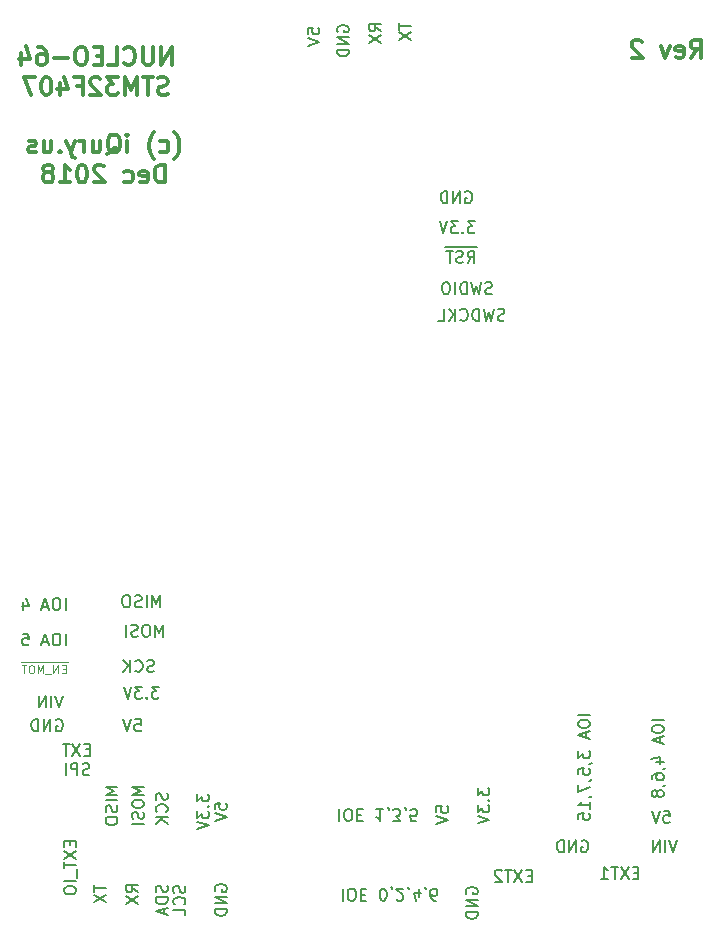
<source format=gbo>
G04 #@! TF.GenerationSoftware,KiCad,Pcbnew,5.1.0-unknown-9e240db~82~ubuntu18.10.1*
G04 #@! TF.CreationDate,2019-04-07T18:23:48-07:00*
G04 #@! TF.ProjectId,Nucleo-64-407,4e75636c-656f-42d3-9634-2d3430372e6b,rev?*
G04 #@! TF.SameCoordinates,PX328b740PY6ea0500*
G04 #@! TF.FileFunction,Legend,Bot*
G04 #@! TF.FilePolarity,Positive*
%FSLAX46Y46*%
G04 Gerber Fmt 4.6, Leading zero omitted, Abs format (unit mm)*
G04 Created by KiCad (PCBNEW 5.1.0-unknown-9e240db~82~ubuntu18.10.1) date 2019-04-07 18:23:48*
%MOMM*%
%LPD*%
G04 APERTURE LIST*
%ADD10C,0.150000*%
%ADD11C,0.100000*%
%ADD12C,0.300000*%
G04 APERTURE END LIST*
D10*
X10309523Y26547620D02*
X10309523Y27547620D01*
X9642857Y27547620D02*
X9452380Y27547620D01*
X9357142Y27500000D01*
X9261904Y27404762D01*
X9214285Y27214286D01*
X9214285Y26880953D01*
X9261904Y26690477D01*
X9357142Y26595239D01*
X9452380Y26547620D01*
X9642857Y26547620D01*
X9738095Y26595239D01*
X9833333Y26690477D01*
X9880952Y26880953D01*
X9880952Y27214286D01*
X9833333Y27404762D01*
X9738095Y27500000D01*
X9642857Y27547620D01*
X8833333Y26833334D02*
X8357142Y26833334D01*
X8928571Y26547620D02*
X8595238Y27547620D01*
X8261904Y26547620D01*
X6738095Y27214286D02*
X6738095Y26547620D01*
X6976190Y27595239D02*
X7214285Y26880953D01*
X6595238Y26880953D01*
X10309523Y23547620D02*
X10309523Y24547620D01*
X9642857Y24547620D02*
X9452380Y24547620D01*
X9357142Y24500000D01*
X9261904Y24404762D01*
X9214285Y24214286D01*
X9214285Y23880953D01*
X9261904Y23690477D01*
X9357142Y23595239D01*
X9452380Y23547620D01*
X9642857Y23547620D01*
X9738095Y23595239D01*
X9833333Y23690477D01*
X9880952Y23880953D01*
X9880952Y24214286D01*
X9833333Y24404762D01*
X9738095Y24500000D01*
X9642857Y24547620D01*
X8833333Y23833334D02*
X8357142Y23833334D01*
X8928571Y23547620D02*
X8595238Y24547620D01*
X8261904Y23547620D01*
X6690476Y24547620D02*
X7166666Y24547620D01*
X7214285Y24071429D01*
X7166666Y24119048D01*
X7071428Y24166667D01*
X6833333Y24166667D01*
X6738095Y24119048D01*
X6690476Y24071429D01*
X6642857Y23976191D01*
X6642857Y23738096D01*
X6690476Y23642858D01*
X6738095Y23595239D01*
X6833333Y23547620D01*
X7071428Y23547620D01*
X7166666Y23595239D01*
X7214285Y23642858D01*
D11*
X10483333Y22134000D02*
X9850000Y22134000D01*
X10316666Y21550000D02*
X10083333Y21550000D01*
X9983333Y21183334D02*
X10316666Y21183334D01*
X10316666Y21883334D01*
X9983333Y21883334D01*
X9850000Y22134000D02*
X9116666Y22134000D01*
X9683333Y21183334D02*
X9683333Y21883334D01*
X9283333Y21183334D01*
X9283333Y21883334D01*
X9116666Y22134000D02*
X8583333Y22134000D01*
X9116666Y21116667D02*
X8583333Y21116667D01*
X8583333Y22134000D02*
X7783333Y22134000D01*
X8416666Y21183334D02*
X8416666Y21883334D01*
X8183333Y21383334D01*
X7950000Y21883334D01*
X7950000Y21183334D01*
X7783333Y22134000D02*
X7050000Y22134000D01*
X7483333Y21883334D02*
X7350000Y21883334D01*
X7283333Y21850000D01*
X7216666Y21783334D01*
X7183333Y21650000D01*
X7183333Y21416667D01*
X7216666Y21283334D01*
X7283333Y21216667D01*
X7350000Y21183334D01*
X7483333Y21183334D01*
X7550000Y21216667D01*
X7616666Y21283334D01*
X7650000Y21416667D01*
X7650000Y21650000D01*
X7616666Y21783334D01*
X7550000Y21850000D01*
X7483333Y21883334D01*
X7050000Y22134000D02*
X6516666Y22134000D01*
X6983333Y21883334D02*
X6583333Y21883334D01*
X6783333Y21183334D02*
X6783333Y21883334D01*
D10*
X18321428Y26797620D02*
X18321428Y27797620D01*
X17988095Y27083334D01*
X17654761Y27797620D01*
X17654761Y26797620D01*
X17178571Y26797620D02*
X17178571Y27797620D01*
X16750000Y26845239D02*
X16607142Y26797620D01*
X16369047Y26797620D01*
X16273809Y26845239D01*
X16226190Y26892858D01*
X16178571Y26988096D01*
X16178571Y27083334D01*
X16226190Y27178572D01*
X16273809Y27226191D01*
X16369047Y27273810D01*
X16559523Y27321429D01*
X16654761Y27369048D01*
X16702380Y27416667D01*
X16750000Y27511905D01*
X16750000Y27607143D01*
X16702380Y27702381D01*
X16654761Y27750000D01*
X16559523Y27797620D01*
X16321428Y27797620D01*
X16178571Y27750000D01*
X15559523Y27797620D02*
X15369047Y27797620D01*
X15273809Y27750000D01*
X15178571Y27654762D01*
X15130952Y27464286D01*
X15130952Y27130953D01*
X15178571Y26940477D01*
X15273809Y26845239D01*
X15369047Y26797620D01*
X15559523Y26797620D01*
X15654761Y26845239D01*
X15750000Y26940477D01*
X15797619Y27130953D01*
X15797619Y27464286D01*
X15750000Y27654762D01*
X15654761Y27750000D01*
X15559523Y27797620D01*
X18571428Y24297620D02*
X18571428Y25297620D01*
X18238095Y24583334D01*
X17904761Y25297620D01*
X17904761Y24297620D01*
X17238095Y25297620D02*
X17047619Y25297620D01*
X16952380Y25250000D01*
X16857142Y25154762D01*
X16809523Y24964286D01*
X16809523Y24630953D01*
X16857142Y24440477D01*
X16952380Y24345239D01*
X17047619Y24297620D01*
X17238095Y24297620D01*
X17333333Y24345239D01*
X17428571Y24440477D01*
X17476190Y24630953D01*
X17476190Y24964286D01*
X17428571Y25154762D01*
X17333333Y25250000D01*
X17238095Y25297620D01*
X16428571Y24345239D02*
X16285714Y24297620D01*
X16047619Y24297620D01*
X15952380Y24345239D01*
X15904761Y24392858D01*
X15857142Y24488096D01*
X15857142Y24583334D01*
X15904761Y24678572D01*
X15952380Y24726191D01*
X16047619Y24773810D01*
X16238095Y24821429D01*
X16333333Y24869048D01*
X16380952Y24916667D01*
X16428571Y25011905D01*
X16428571Y25107143D01*
X16380952Y25202381D01*
X16333333Y25250000D01*
X16238095Y25297620D01*
X16000000Y25297620D01*
X15857142Y25250000D01*
X15428571Y24297620D02*
X15428571Y25297620D01*
X17785714Y21345239D02*
X17642857Y21297620D01*
X17404761Y21297620D01*
X17309523Y21345239D01*
X17261904Y21392858D01*
X17214285Y21488096D01*
X17214285Y21583334D01*
X17261904Y21678572D01*
X17309523Y21726191D01*
X17404761Y21773810D01*
X17595238Y21821429D01*
X17690476Y21869048D01*
X17738095Y21916667D01*
X17785714Y22011905D01*
X17785714Y22107143D01*
X17738095Y22202381D01*
X17690476Y22250000D01*
X17595238Y22297620D01*
X17357142Y22297620D01*
X17214285Y22250000D01*
X16214285Y21392858D02*
X16261904Y21345239D01*
X16404761Y21297620D01*
X16500000Y21297620D01*
X16642857Y21345239D01*
X16738095Y21440477D01*
X16785714Y21535715D01*
X16833333Y21726191D01*
X16833333Y21869048D01*
X16785714Y22059524D01*
X16738095Y22154762D01*
X16642857Y22250000D01*
X16500000Y22297620D01*
X16404761Y22297620D01*
X16261904Y22250000D01*
X16214285Y22202381D01*
X15785714Y21297620D02*
X15785714Y22297620D01*
X15214285Y21297620D02*
X15642857Y21869048D01*
X15214285Y22297620D02*
X15785714Y21726191D01*
X10095238Y19297620D02*
X9761904Y18297620D01*
X9428571Y19297620D01*
X9095238Y18297620D02*
X9095238Y19297620D01*
X8619047Y18297620D02*
X8619047Y19297620D01*
X8047619Y18297620D01*
X8047619Y19297620D01*
X18226190Y20047620D02*
X17607142Y20047620D01*
X17940476Y19666667D01*
X17797619Y19666667D01*
X17702380Y19619048D01*
X17654761Y19571429D01*
X17607142Y19476191D01*
X17607142Y19238096D01*
X17654761Y19142858D01*
X17702380Y19095239D01*
X17797619Y19047620D01*
X18083333Y19047620D01*
X18178571Y19095239D01*
X18226190Y19142858D01*
X17178571Y19142858D02*
X17130952Y19095239D01*
X17178571Y19047620D01*
X17226190Y19095239D01*
X17178571Y19142858D01*
X17178571Y19047620D01*
X16797619Y20047620D02*
X16178571Y20047620D01*
X16511904Y19666667D01*
X16369047Y19666667D01*
X16273809Y19619048D01*
X16226190Y19571429D01*
X16178571Y19476191D01*
X16178571Y19238096D01*
X16226190Y19142858D01*
X16273809Y19095239D01*
X16369047Y19047620D01*
X16654761Y19047620D01*
X16750000Y19095239D01*
X16797619Y19142858D01*
X15892857Y20047620D02*
X15559523Y19047620D01*
X15226190Y20047620D01*
X16190476Y17297620D02*
X16666666Y17297620D01*
X16714285Y16821429D01*
X16666666Y16869048D01*
X16571428Y16916667D01*
X16333333Y16916667D01*
X16238095Y16869048D01*
X16190476Y16821429D01*
X16142857Y16726191D01*
X16142857Y16488096D01*
X16190476Y16392858D01*
X16238095Y16345239D01*
X16333333Y16297620D01*
X16571428Y16297620D01*
X16666666Y16345239D01*
X16714285Y16392858D01*
X15857142Y17297620D02*
X15523809Y16297620D01*
X15190476Y17297620D01*
X9511904Y17250000D02*
X9607142Y17297620D01*
X9750000Y17297620D01*
X9892857Y17250000D01*
X9988095Y17154762D01*
X10035714Y17059524D01*
X10083333Y16869048D01*
X10083333Y16726191D01*
X10035714Y16535715D01*
X9988095Y16440477D01*
X9892857Y16345239D01*
X9750000Y16297620D01*
X9654761Y16297620D01*
X9511904Y16345239D01*
X9464285Y16392858D01*
X9464285Y16726191D01*
X9654761Y16726191D01*
X9035714Y16297620D02*
X9035714Y17297620D01*
X8464285Y16297620D01*
X8464285Y17297620D01*
X7988095Y16297620D02*
X7988095Y17297620D01*
X7750000Y17297620D01*
X7607142Y17250000D01*
X7511904Y17154762D01*
X7464285Y17059524D01*
X7416666Y16869048D01*
X7416666Y16726191D01*
X7464285Y16535715D01*
X7511904Y16440477D01*
X7607142Y16345239D01*
X7750000Y16297620D01*
X7988095Y16297620D01*
X14702380Y11571429D02*
X13702380Y11571429D01*
X14416666Y11238096D01*
X13702380Y10904762D01*
X14702380Y10904762D01*
X14702380Y10428572D02*
X13702380Y10428572D01*
X14654761Y10000000D02*
X14702380Y9857143D01*
X14702380Y9619048D01*
X14654761Y9523810D01*
X14607142Y9476191D01*
X14511904Y9428572D01*
X14416666Y9428572D01*
X14321428Y9476191D01*
X14273809Y9523810D01*
X14226190Y9619048D01*
X14178571Y9809524D01*
X14130952Y9904762D01*
X14083333Y9952381D01*
X13988095Y10000000D01*
X13892857Y10000000D01*
X13797619Y9952381D01*
X13750000Y9904762D01*
X13702380Y9809524D01*
X13702380Y9571429D01*
X13750000Y9428572D01*
X13702380Y8809524D02*
X13702380Y8619048D01*
X13750000Y8523810D01*
X13845238Y8428572D01*
X14035714Y8380953D01*
X14369047Y8380953D01*
X14559523Y8428572D01*
X14654761Y8523810D01*
X14702380Y8619048D01*
X14702380Y8809524D01*
X14654761Y8904762D01*
X14559523Y9000000D01*
X14369047Y9047620D01*
X14035714Y9047620D01*
X13845238Y9000000D01*
X13750000Y8904762D01*
X13702380Y8809524D01*
X16952380Y11571429D02*
X15952380Y11571429D01*
X16666666Y11238096D01*
X15952380Y10904762D01*
X16952380Y10904762D01*
X15952380Y10238096D02*
X15952380Y10047620D01*
X16000000Y9952381D01*
X16095238Y9857143D01*
X16285714Y9809524D01*
X16619047Y9809524D01*
X16809523Y9857143D01*
X16904761Y9952381D01*
X16952380Y10047620D01*
X16952380Y10238096D01*
X16904761Y10333334D01*
X16809523Y10428572D01*
X16619047Y10476191D01*
X16285714Y10476191D01*
X16095238Y10428572D01*
X16000000Y10333334D01*
X15952380Y10238096D01*
X16904761Y9428572D02*
X16952380Y9285715D01*
X16952380Y9047620D01*
X16904761Y8952381D01*
X16857142Y8904762D01*
X16761904Y8857143D01*
X16666666Y8857143D01*
X16571428Y8904762D01*
X16523809Y8952381D01*
X16476190Y9047620D01*
X16428571Y9238096D01*
X16380952Y9333334D01*
X16333333Y9380953D01*
X16238095Y9428572D01*
X16142857Y9428572D01*
X16047619Y9380953D01*
X16000000Y9333334D01*
X15952380Y9238096D01*
X15952380Y9000000D01*
X16000000Y8857143D01*
X16952380Y8428572D02*
X15952380Y8428572D01*
X18904761Y11035715D02*
X18952380Y10892858D01*
X18952380Y10654762D01*
X18904761Y10559524D01*
X18857142Y10511905D01*
X18761904Y10464286D01*
X18666666Y10464286D01*
X18571428Y10511905D01*
X18523809Y10559524D01*
X18476190Y10654762D01*
X18428571Y10845239D01*
X18380952Y10940477D01*
X18333333Y10988096D01*
X18238095Y11035715D01*
X18142857Y11035715D01*
X18047619Y10988096D01*
X18000000Y10940477D01*
X17952380Y10845239D01*
X17952380Y10607143D01*
X18000000Y10464286D01*
X18857142Y9464286D02*
X18904761Y9511905D01*
X18952380Y9654762D01*
X18952380Y9750000D01*
X18904761Y9892858D01*
X18809523Y9988096D01*
X18714285Y10035715D01*
X18523809Y10083334D01*
X18380952Y10083334D01*
X18190476Y10035715D01*
X18095238Y9988096D01*
X18000000Y9892858D01*
X17952380Y9750000D01*
X17952380Y9654762D01*
X18000000Y9511905D01*
X18047619Y9464286D01*
X18952380Y9035715D02*
X17952380Y9035715D01*
X18952380Y8464286D02*
X18380952Y8892858D01*
X17952380Y8464286D02*
X18523809Y9035715D01*
X21452380Y10976191D02*
X21452380Y10357143D01*
X21833333Y10690477D01*
X21833333Y10547620D01*
X21880952Y10452381D01*
X21928571Y10404762D01*
X22023809Y10357143D01*
X22261904Y10357143D01*
X22357142Y10404762D01*
X22404761Y10452381D01*
X22452380Y10547620D01*
X22452380Y10833334D01*
X22404761Y10928572D01*
X22357142Y10976191D01*
X22357142Y9928572D02*
X22404761Y9880953D01*
X22452380Y9928572D01*
X22404761Y9976191D01*
X22357142Y9928572D01*
X22452380Y9928572D01*
X21452380Y9547620D02*
X21452380Y8928572D01*
X21833333Y9261905D01*
X21833333Y9119048D01*
X21880952Y9023810D01*
X21928571Y8976191D01*
X22023809Y8928572D01*
X22261904Y8928572D01*
X22357142Y8976191D01*
X22404761Y9023810D01*
X22452380Y9119048D01*
X22452380Y9404762D01*
X22404761Y9500000D01*
X22357142Y9547620D01*
X21452380Y8642858D02*
X22452380Y8309524D01*
X21452380Y7976191D01*
X22952380Y9690477D02*
X22952380Y10166667D01*
X23428571Y10214286D01*
X23380952Y10166667D01*
X23333333Y10071429D01*
X23333333Y9833334D01*
X23380952Y9738096D01*
X23428571Y9690477D01*
X23523809Y9642858D01*
X23761904Y9642858D01*
X23857142Y9690477D01*
X23904761Y9738096D01*
X23952380Y9833334D01*
X23952380Y10071429D01*
X23904761Y10166667D01*
X23857142Y10214286D01*
X22952380Y9357143D02*
X23952380Y9023810D01*
X22952380Y8690477D01*
X23000000Y2761905D02*
X22952380Y2857143D01*
X22952380Y3000000D01*
X23000000Y3142858D01*
X23095238Y3238096D01*
X23190476Y3285715D01*
X23380952Y3333334D01*
X23523809Y3333334D01*
X23714285Y3285715D01*
X23809523Y3238096D01*
X23904761Y3142858D01*
X23952380Y3000000D01*
X23952380Y2904762D01*
X23904761Y2761905D01*
X23857142Y2714286D01*
X23523809Y2714286D01*
X23523809Y2904762D01*
X23952380Y2285715D02*
X22952380Y2285715D01*
X23952380Y1714286D01*
X22952380Y1714286D01*
X23952380Y1238096D02*
X22952380Y1238096D01*
X22952380Y1000000D01*
X23000000Y857143D01*
X23095238Y761905D01*
X23190476Y714286D01*
X23380952Y666667D01*
X23523809Y666667D01*
X23714285Y714286D01*
X23809523Y761905D01*
X23904761Y857143D01*
X23952380Y1000000D01*
X23952380Y1238096D01*
X20404761Y3190477D02*
X20452380Y3047620D01*
X20452380Y2809524D01*
X20404761Y2714286D01*
X20357142Y2666667D01*
X20261904Y2619048D01*
X20166666Y2619048D01*
X20071428Y2666667D01*
X20023809Y2714286D01*
X19976190Y2809524D01*
X19928571Y3000000D01*
X19880952Y3095239D01*
X19833333Y3142858D01*
X19738095Y3190477D01*
X19642857Y3190477D01*
X19547619Y3142858D01*
X19500000Y3095239D01*
X19452380Y3000000D01*
X19452380Y2761905D01*
X19500000Y2619048D01*
X20357142Y1619048D02*
X20404761Y1666667D01*
X20452380Y1809524D01*
X20452380Y1904762D01*
X20404761Y2047620D01*
X20309523Y2142858D01*
X20214285Y2190477D01*
X20023809Y2238096D01*
X19880952Y2238096D01*
X19690476Y2190477D01*
X19595238Y2142858D01*
X19500000Y2047620D01*
X19452380Y1904762D01*
X19452380Y1809524D01*
X19500000Y1666667D01*
X19547619Y1619048D01*
X20452380Y714286D02*
X20452380Y1190477D01*
X19452380Y1190477D01*
X18904761Y3214286D02*
X18952380Y3071429D01*
X18952380Y2833334D01*
X18904761Y2738096D01*
X18857142Y2690477D01*
X18761904Y2642858D01*
X18666666Y2642858D01*
X18571428Y2690477D01*
X18523809Y2738096D01*
X18476190Y2833334D01*
X18428571Y3023810D01*
X18380952Y3119048D01*
X18333333Y3166667D01*
X18238095Y3214286D01*
X18142857Y3214286D01*
X18047619Y3166667D01*
X18000000Y3119048D01*
X17952380Y3023810D01*
X17952380Y2785715D01*
X18000000Y2642858D01*
X18952380Y2214286D02*
X17952380Y2214286D01*
X17952380Y1976191D01*
X18000000Y1833334D01*
X18095238Y1738096D01*
X18190476Y1690477D01*
X18380952Y1642858D01*
X18523809Y1642858D01*
X18714285Y1690477D01*
X18809523Y1738096D01*
X18904761Y1833334D01*
X18952380Y1976191D01*
X18952380Y2214286D01*
X18666666Y1261905D02*
X18666666Y785715D01*
X18952380Y1357143D02*
X17952380Y1023810D01*
X18952380Y690477D01*
X16452380Y2666667D02*
X15976190Y3000000D01*
X16452380Y3238096D02*
X15452380Y3238096D01*
X15452380Y2857143D01*
X15500000Y2761905D01*
X15547619Y2714286D01*
X15642857Y2666667D01*
X15785714Y2666667D01*
X15880952Y2714286D01*
X15928571Y2761905D01*
X15976190Y2857143D01*
X15976190Y3238096D01*
X15452380Y2333334D02*
X16452380Y1666667D01*
X15452380Y1666667D02*
X16452380Y2333334D01*
X12702380Y3261905D02*
X12702380Y2690477D01*
X13702380Y2976191D02*
X12702380Y2976191D01*
X12702380Y2452381D02*
X13702380Y1785715D01*
X12702380Y1785715D02*
X13702380Y2452381D01*
X33773809Y2952381D02*
X33773809Y1952381D01*
X34440476Y1952381D02*
X34630952Y1952381D01*
X34726190Y2000000D01*
X34821428Y2095239D01*
X34869047Y2285715D01*
X34869047Y2619048D01*
X34821428Y2809524D01*
X34726190Y2904762D01*
X34630952Y2952381D01*
X34440476Y2952381D01*
X34345238Y2904762D01*
X34250000Y2809524D01*
X34202380Y2619048D01*
X34202380Y2285715D01*
X34250000Y2095239D01*
X34345238Y2000000D01*
X34440476Y1952381D01*
X35297619Y2428572D02*
X35630952Y2428572D01*
X35773809Y2952381D02*
X35297619Y2952381D01*
X35297619Y1952381D01*
X35773809Y1952381D01*
X37154761Y1952381D02*
X37250000Y1952381D01*
X37345238Y2000000D01*
X37392857Y2047620D01*
X37440476Y2142858D01*
X37488095Y2333334D01*
X37488095Y2571429D01*
X37440476Y2761905D01*
X37392857Y2857143D01*
X37345238Y2904762D01*
X37250000Y2952381D01*
X37154761Y2952381D01*
X37059523Y2904762D01*
X37011904Y2857143D01*
X36964285Y2761905D01*
X36916666Y2571429D01*
X36916666Y2333334D01*
X36964285Y2142858D01*
X37011904Y2047620D01*
X37059523Y2000000D01*
X37154761Y1952381D01*
X37964285Y2904762D02*
X37964285Y2952381D01*
X37916666Y3047620D01*
X37869047Y3095239D01*
X38345238Y2047620D02*
X38392857Y2000000D01*
X38488095Y1952381D01*
X38726190Y1952381D01*
X38821428Y2000000D01*
X38869047Y2047620D01*
X38916666Y2142858D01*
X38916666Y2238096D01*
X38869047Y2380953D01*
X38297619Y2952381D01*
X38916666Y2952381D01*
X39392857Y2904762D02*
X39392857Y2952381D01*
X39345238Y3047620D01*
X39297619Y3095239D01*
X40250000Y2285715D02*
X40250000Y2952381D01*
X40011904Y1904762D02*
X39773809Y2619048D01*
X40392857Y2619048D01*
X40821428Y2904762D02*
X40821428Y2952381D01*
X40773809Y3047620D01*
X40726190Y3095239D01*
X41678571Y1952381D02*
X41488095Y1952381D01*
X41392857Y2000000D01*
X41345238Y2047620D01*
X41250000Y2190477D01*
X41202380Y2380953D01*
X41202380Y2761905D01*
X41250000Y2857143D01*
X41297619Y2904762D01*
X41392857Y2952381D01*
X41583333Y2952381D01*
X41678571Y2904762D01*
X41726190Y2857143D01*
X41773809Y2761905D01*
X41773809Y2523810D01*
X41726190Y2428572D01*
X41678571Y2380953D01*
X41583333Y2333334D01*
X41392857Y2333334D01*
X41297619Y2380953D01*
X41250000Y2428572D01*
X41202380Y2523810D01*
X33488095Y9702381D02*
X33488095Y8702381D01*
X34154761Y8702381D02*
X34345238Y8702381D01*
X34440476Y8750000D01*
X34535714Y8845239D01*
X34583333Y9035715D01*
X34583333Y9369048D01*
X34535714Y9559524D01*
X34440476Y9654762D01*
X34345238Y9702381D01*
X34154761Y9702381D01*
X34059523Y9654762D01*
X33964285Y9559524D01*
X33916666Y9369048D01*
X33916666Y9035715D01*
X33964285Y8845239D01*
X34059523Y8750000D01*
X34154761Y8702381D01*
X35011904Y9178572D02*
X35345238Y9178572D01*
X35488095Y9702381D02*
X35011904Y9702381D01*
X35011904Y8702381D01*
X35488095Y8702381D01*
X37202380Y9702381D02*
X36630952Y9702381D01*
X36916666Y9702381D02*
X36916666Y8702381D01*
X36821428Y8845239D01*
X36726190Y8940477D01*
X36630952Y8988096D01*
X37678571Y9654762D02*
X37678571Y9702381D01*
X37630952Y9797620D01*
X37583333Y9845239D01*
X38011904Y8702381D02*
X38630952Y8702381D01*
X38297619Y9083334D01*
X38440476Y9083334D01*
X38535714Y9130953D01*
X38583333Y9178572D01*
X38630952Y9273810D01*
X38630952Y9511905D01*
X38583333Y9607143D01*
X38535714Y9654762D01*
X38440476Y9702381D01*
X38154761Y9702381D01*
X38059523Y9654762D01*
X38011904Y9607143D01*
X39107142Y9654762D02*
X39107142Y9702381D01*
X39059523Y9797620D01*
X39011904Y9845239D01*
X40011904Y8702381D02*
X39535714Y8702381D01*
X39488095Y9178572D01*
X39535714Y9130953D01*
X39630952Y9083334D01*
X39869047Y9083334D01*
X39964285Y9130953D01*
X40011904Y9178572D01*
X40059523Y9273810D01*
X40059523Y9511905D01*
X40011904Y9607143D01*
X39964285Y9654762D01*
X39869047Y9702381D01*
X39630952Y9702381D01*
X39535714Y9654762D01*
X39488095Y9607143D01*
X44250000Y2511905D02*
X44202380Y2607143D01*
X44202380Y2750000D01*
X44250000Y2892858D01*
X44345238Y2988096D01*
X44440476Y3035715D01*
X44630952Y3083334D01*
X44773809Y3083334D01*
X44964285Y3035715D01*
X45059523Y2988096D01*
X45154761Y2892858D01*
X45202380Y2750000D01*
X45202380Y2654762D01*
X45154761Y2511905D01*
X45107142Y2464286D01*
X44773809Y2464286D01*
X44773809Y2654762D01*
X45202380Y2035715D02*
X44202380Y2035715D01*
X45202380Y1464286D01*
X44202380Y1464286D01*
X45202380Y988096D02*
X44202380Y988096D01*
X44202380Y750000D01*
X44250000Y607143D01*
X44345238Y511905D01*
X44440476Y464286D01*
X44630952Y416667D01*
X44773809Y416667D01*
X44964285Y464286D01*
X45059523Y511905D01*
X45154761Y607143D01*
X45202380Y750000D01*
X45202380Y988096D01*
X45202380Y11476191D02*
X45202380Y10857143D01*
X45583333Y11190477D01*
X45583333Y11047620D01*
X45630952Y10952381D01*
X45678571Y10904762D01*
X45773809Y10857143D01*
X46011904Y10857143D01*
X46107142Y10904762D01*
X46154761Y10952381D01*
X46202380Y11047620D01*
X46202380Y11333334D01*
X46154761Y11428572D01*
X46107142Y11476191D01*
X46107142Y10428572D02*
X46154761Y10380953D01*
X46202380Y10428572D01*
X46154761Y10476191D01*
X46107142Y10428572D01*
X46202380Y10428572D01*
X45202380Y10047620D02*
X45202380Y9428572D01*
X45583333Y9761905D01*
X45583333Y9619048D01*
X45630952Y9523810D01*
X45678571Y9476191D01*
X45773809Y9428572D01*
X46011904Y9428572D01*
X46107142Y9476191D01*
X46154761Y9523810D01*
X46202380Y9619048D01*
X46202380Y9904762D01*
X46154761Y10000000D01*
X46107142Y10047620D01*
X45202380Y9142858D02*
X46202380Y8809524D01*
X45202380Y8476191D01*
X41702380Y9440477D02*
X41702380Y9916667D01*
X42178571Y9964286D01*
X42130952Y9916667D01*
X42083333Y9821429D01*
X42083333Y9583334D01*
X42130952Y9488096D01*
X42178571Y9440477D01*
X42273809Y9392858D01*
X42511904Y9392858D01*
X42607142Y9440477D01*
X42654761Y9488096D01*
X42702380Y9583334D01*
X42702380Y9821429D01*
X42654761Y9916667D01*
X42607142Y9964286D01*
X41702380Y9107143D02*
X42702380Y8773810D01*
X41702380Y8440477D01*
X54702380Y17678572D02*
X53702380Y17678572D01*
X53702380Y17011905D02*
X53702380Y16821429D01*
X53750000Y16726191D01*
X53845238Y16630953D01*
X54035714Y16583334D01*
X54369047Y16583334D01*
X54559523Y16630953D01*
X54654761Y16726191D01*
X54702380Y16821429D01*
X54702380Y17011905D01*
X54654761Y17107143D01*
X54559523Y17202381D01*
X54369047Y17250000D01*
X54035714Y17250000D01*
X53845238Y17202381D01*
X53750000Y17107143D01*
X53702380Y17011905D01*
X54416666Y16202381D02*
X54416666Y15726191D01*
X54702380Y16297620D02*
X53702380Y15964286D01*
X54702380Y15630953D01*
X53702380Y14630953D02*
X53702380Y14011905D01*
X54083333Y14345239D01*
X54083333Y14202381D01*
X54130952Y14107143D01*
X54178571Y14059524D01*
X54273809Y14011905D01*
X54511904Y14011905D01*
X54607142Y14059524D01*
X54654761Y14107143D01*
X54702380Y14202381D01*
X54702380Y14488096D01*
X54654761Y14583334D01*
X54607142Y14630953D01*
X54654761Y13535715D02*
X54702380Y13535715D01*
X54797619Y13583334D01*
X54845238Y13630953D01*
X53702380Y12630953D02*
X53702380Y13107143D01*
X54178571Y13154762D01*
X54130952Y13107143D01*
X54083333Y13011905D01*
X54083333Y12773810D01*
X54130952Y12678572D01*
X54178571Y12630953D01*
X54273809Y12583334D01*
X54511904Y12583334D01*
X54607142Y12630953D01*
X54654761Y12678572D01*
X54702380Y12773810D01*
X54702380Y13011905D01*
X54654761Y13107143D01*
X54607142Y13154762D01*
X54654761Y12107143D02*
X54702380Y12107143D01*
X54797619Y12154762D01*
X54845238Y12202381D01*
X53702380Y11773810D02*
X53702380Y11107143D01*
X54702380Y11535715D01*
X54654761Y10678572D02*
X54702380Y10678572D01*
X54797619Y10726191D01*
X54845238Y10773810D01*
X54702380Y9726191D02*
X54702380Y10297620D01*
X54702380Y10011905D02*
X53702380Y10011905D01*
X53845238Y10107143D01*
X53940476Y10202381D01*
X53988095Y10297620D01*
X53702380Y8821429D02*
X53702380Y9297620D01*
X54178571Y9345239D01*
X54130952Y9297620D01*
X54083333Y9202381D01*
X54083333Y8964286D01*
X54130952Y8869048D01*
X54178571Y8821429D01*
X54273809Y8773810D01*
X54511904Y8773810D01*
X54607142Y8821429D01*
X54654761Y8869048D01*
X54702380Y8964286D01*
X54702380Y9202381D01*
X54654761Y9297620D01*
X54607142Y9345239D01*
X54011904Y7000000D02*
X54107142Y7047620D01*
X54250000Y7047620D01*
X54392857Y7000000D01*
X54488095Y6904762D01*
X54535714Y6809524D01*
X54583333Y6619048D01*
X54583333Y6476191D01*
X54535714Y6285715D01*
X54488095Y6190477D01*
X54392857Y6095239D01*
X54250000Y6047620D01*
X54154761Y6047620D01*
X54011904Y6095239D01*
X53964285Y6142858D01*
X53964285Y6476191D01*
X54154761Y6476191D01*
X53535714Y6047620D02*
X53535714Y7047620D01*
X52964285Y6047620D01*
X52964285Y7047620D01*
X52488095Y6047620D02*
X52488095Y7047620D01*
X52250000Y7047620D01*
X52107142Y7000000D01*
X52011904Y6904762D01*
X51964285Y6809524D01*
X51916666Y6619048D01*
X51916666Y6476191D01*
X51964285Y6285715D01*
X52011904Y6190477D01*
X52107142Y6095239D01*
X52250000Y6047620D01*
X52488095Y6047620D01*
X62095238Y7047620D02*
X61761904Y6047620D01*
X61428571Y7047620D01*
X61095238Y6047620D02*
X61095238Y7047620D01*
X60619047Y6047620D02*
X60619047Y7047620D01*
X60047619Y6047620D01*
X60047619Y7047620D01*
X60940476Y9547620D02*
X61416666Y9547620D01*
X61464285Y9071429D01*
X61416666Y9119048D01*
X61321428Y9166667D01*
X61083333Y9166667D01*
X60988095Y9119048D01*
X60940476Y9071429D01*
X60892857Y8976191D01*
X60892857Y8738096D01*
X60940476Y8642858D01*
X60988095Y8595239D01*
X61083333Y8547620D01*
X61321428Y8547620D01*
X61416666Y8595239D01*
X61464285Y8642858D01*
X60607142Y9547620D02*
X60273809Y8547620D01*
X59940476Y9547620D01*
X60952380Y17238096D02*
X59952380Y17238096D01*
X59952380Y16571429D02*
X59952380Y16380953D01*
X60000000Y16285715D01*
X60095238Y16190477D01*
X60285714Y16142858D01*
X60619047Y16142858D01*
X60809523Y16190477D01*
X60904761Y16285715D01*
X60952380Y16380953D01*
X60952380Y16571429D01*
X60904761Y16666667D01*
X60809523Y16761905D01*
X60619047Y16809524D01*
X60285714Y16809524D01*
X60095238Y16761905D01*
X60000000Y16666667D01*
X59952380Y16571429D01*
X60666666Y15761905D02*
X60666666Y15285715D01*
X60952380Y15857143D02*
X59952380Y15523810D01*
X60952380Y15190477D01*
X60285714Y13666667D02*
X60952380Y13666667D01*
X59904761Y13904762D02*
X60619047Y14142858D01*
X60619047Y13523810D01*
X60904761Y13095239D02*
X60952380Y13095239D01*
X61047619Y13142858D01*
X61095238Y13190477D01*
X59952380Y12238096D02*
X59952380Y12428572D01*
X60000000Y12523810D01*
X60047619Y12571429D01*
X60190476Y12666667D01*
X60380952Y12714286D01*
X60761904Y12714286D01*
X60857142Y12666667D01*
X60904761Y12619048D01*
X60952380Y12523810D01*
X60952380Y12333334D01*
X60904761Y12238096D01*
X60857142Y12190477D01*
X60761904Y12142858D01*
X60523809Y12142858D01*
X60428571Y12190477D01*
X60380952Y12238096D01*
X60333333Y12333334D01*
X60333333Y12523810D01*
X60380952Y12619048D01*
X60428571Y12666667D01*
X60523809Y12714286D01*
X60904761Y11666667D02*
X60952380Y11666667D01*
X61047619Y11714286D01*
X61095238Y11761905D01*
X60380952Y11095239D02*
X60333333Y11190477D01*
X60285714Y11238096D01*
X60190476Y11285715D01*
X60142857Y11285715D01*
X60047619Y11238096D01*
X60000000Y11190477D01*
X59952380Y11095239D01*
X59952380Y10904762D01*
X60000000Y10809524D01*
X60047619Y10761905D01*
X60142857Y10714286D01*
X60190476Y10714286D01*
X60285714Y10761905D01*
X60333333Y10809524D01*
X60380952Y10904762D01*
X60380952Y11095239D01*
X60428571Y11190477D01*
X60476190Y11238096D01*
X60571428Y11285715D01*
X60761904Y11285715D01*
X60857142Y11238096D01*
X60904761Y11190477D01*
X60952380Y11095239D01*
X60952380Y10904762D01*
X60904761Y10809524D01*
X60857142Y10761905D01*
X60761904Y10714286D01*
X60571428Y10714286D01*
X60476190Y10761905D01*
X60428571Y10809524D01*
X60380952Y10904762D01*
X12371428Y14746429D02*
X12038095Y14746429D01*
X11895238Y14222620D02*
X12371428Y14222620D01*
X12371428Y15222620D01*
X11895238Y15222620D01*
X11561904Y15222620D02*
X10895238Y14222620D01*
X10895238Y15222620D02*
X11561904Y14222620D01*
X10657142Y15222620D02*
X10085714Y15222620D01*
X10371428Y14222620D02*
X10371428Y15222620D01*
X12323809Y12620239D02*
X12180952Y12572620D01*
X11942857Y12572620D01*
X11847619Y12620239D01*
X11800000Y12667858D01*
X11752380Y12763096D01*
X11752380Y12858334D01*
X11800000Y12953572D01*
X11847619Y13001191D01*
X11942857Y13048810D01*
X12133333Y13096429D01*
X12228571Y13144048D01*
X12276190Y13191667D01*
X12323809Y13286905D01*
X12323809Y13382143D01*
X12276190Y13477381D01*
X12228571Y13525000D01*
X12133333Y13572620D01*
X11895238Y13572620D01*
X11752380Y13525000D01*
X11323809Y12572620D02*
X11323809Y13572620D01*
X10942857Y13572620D01*
X10847619Y13525000D01*
X10800000Y13477381D01*
X10752380Y13382143D01*
X10752380Y13239286D01*
X10800000Y13144048D01*
X10847619Y13096429D01*
X10942857Y13048810D01*
X11323809Y13048810D01*
X10323809Y12572620D02*
X10323809Y13572620D01*
X58797619Y4321429D02*
X58464285Y4321429D01*
X58321428Y3797620D02*
X58797619Y3797620D01*
X58797619Y4797620D01*
X58321428Y4797620D01*
X57988095Y4797620D02*
X57321428Y3797620D01*
X57321428Y4797620D02*
X57988095Y3797620D01*
X57083333Y4797620D02*
X56511904Y4797620D01*
X56797619Y3797620D02*
X56797619Y4797620D01*
X55654761Y3797620D02*
X56226190Y3797620D01*
X55940476Y3797620D02*
X55940476Y4797620D01*
X56035714Y4654762D01*
X56130952Y4559524D01*
X56226190Y4511905D01*
X49797619Y4071429D02*
X49464285Y4071429D01*
X49321428Y3547620D02*
X49797619Y3547620D01*
X49797619Y4547620D01*
X49321428Y4547620D01*
X48988095Y4547620D02*
X48321428Y3547620D01*
X48321428Y4547620D02*
X48988095Y3547620D01*
X48083333Y4547620D02*
X47511904Y4547620D01*
X47797619Y3547620D02*
X47797619Y4547620D01*
X47226190Y4452381D02*
X47178571Y4500000D01*
X47083333Y4547620D01*
X46845238Y4547620D01*
X46750000Y4500000D01*
X46702380Y4452381D01*
X46654761Y4357143D01*
X46654761Y4261905D01*
X46702380Y4119048D01*
X47273809Y3547620D01*
X46654761Y3547620D01*
X10678571Y6964286D02*
X10678571Y6630953D01*
X11202380Y6488096D02*
X11202380Y6964286D01*
X10202380Y6964286D01*
X10202380Y6488096D01*
X10202380Y6154762D02*
X11202380Y5488096D01*
X10202380Y5488096D02*
X11202380Y6154762D01*
X10202380Y5250000D02*
X10202380Y4678572D01*
X11202380Y4964286D02*
X10202380Y4964286D01*
X11297619Y4583334D02*
X11297619Y3821429D01*
X11202380Y3583334D02*
X10202380Y3583334D01*
X10202380Y2916667D02*
X10202380Y2726191D01*
X10250000Y2630953D01*
X10345238Y2535715D01*
X10535714Y2488096D01*
X10869047Y2488096D01*
X11059523Y2535715D01*
X11154761Y2630953D01*
X11202380Y2726191D01*
X11202380Y2916667D01*
X11154761Y3011905D01*
X11059523Y3107143D01*
X10869047Y3154762D01*
X10535714Y3154762D01*
X10345238Y3107143D01*
X10250000Y3011905D01*
X10202380Y2916667D01*
X47461904Y51095239D02*
X47319047Y51047620D01*
X47080952Y51047620D01*
X46985714Y51095239D01*
X46938095Y51142858D01*
X46890476Y51238096D01*
X46890476Y51333334D01*
X46938095Y51428572D01*
X46985714Y51476191D01*
X47080952Y51523810D01*
X47271428Y51571429D01*
X47366666Y51619048D01*
X47414285Y51666667D01*
X47461904Y51761905D01*
X47461904Y51857143D01*
X47414285Y51952381D01*
X47366666Y52000000D01*
X47271428Y52047620D01*
X47033333Y52047620D01*
X46890476Y52000000D01*
X46557142Y52047620D02*
X46319047Y51047620D01*
X46128571Y51761905D01*
X45938095Y51047620D01*
X45700000Y52047620D01*
X45319047Y51047620D02*
X45319047Y52047620D01*
X45080952Y52047620D01*
X44938095Y52000000D01*
X44842857Y51904762D01*
X44795238Y51809524D01*
X44747619Y51619048D01*
X44747619Y51476191D01*
X44795238Y51285715D01*
X44842857Y51190477D01*
X44938095Y51095239D01*
X45080952Y51047620D01*
X45319047Y51047620D01*
X43747619Y51142858D02*
X43795238Y51095239D01*
X43938095Y51047620D01*
X44033333Y51047620D01*
X44176190Y51095239D01*
X44271428Y51190477D01*
X44319047Y51285715D01*
X44366666Y51476191D01*
X44366666Y51619048D01*
X44319047Y51809524D01*
X44271428Y51904762D01*
X44176190Y52000000D01*
X44033333Y52047620D01*
X43938095Y52047620D01*
X43795238Y52000000D01*
X43747619Y51952381D01*
X43319047Y51047620D02*
X43319047Y52047620D01*
X42747619Y51047620D02*
X43176190Y51619048D01*
X42747619Y52047620D02*
X43319047Y51476191D01*
X41842857Y51047620D02*
X42319047Y51047620D01*
X42319047Y52047620D01*
X46419047Y53345239D02*
X46276190Y53297620D01*
X46038095Y53297620D01*
X45942857Y53345239D01*
X45895238Y53392858D01*
X45847619Y53488096D01*
X45847619Y53583334D01*
X45895238Y53678572D01*
X45942857Y53726191D01*
X46038095Y53773810D01*
X46228571Y53821429D01*
X46323809Y53869048D01*
X46371428Y53916667D01*
X46419047Y54011905D01*
X46419047Y54107143D01*
X46371428Y54202381D01*
X46323809Y54250000D01*
X46228571Y54297620D01*
X45990476Y54297620D01*
X45847619Y54250000D01*
X45514285Y54297620D02*
X45276190Y53297620D01*
X45085714Y54011905D01*
X44895238Y53297620D01*
X44657142Y54297620D01*
X44276190Y53297620D02*
X44276190Y54297620D01*
X44038095Y54297620D01*
X43895238Y54250000D01*
X43800000Y54154762D01*
X43752380Y54059524D01*
X43704761Y53869048D01*
X43704761Y53726191D01*
X43752380Y53535715D01*
X43800000Y53440477D01*
X43895238Y53345239D01*
X44038095Y53297620D01*
X44276190Y53297620D01*
X43276190Y53297620D02*
X43276190Y54297620D01*
X42609523Y54297620D02*
X42419047Y54297620D01*
X42323809Y54250000D01*
X42228571Y54154762D01*
X42180952Y53964286D01*
X42180952Y53630953D01*
X42228571Y53440477D01*
X42323809Y53345239D01*
X42419047Y53297620D01*
X42609523Y53297620D01*
X42704761Y53345239D01*
X42800000Y53440477D01*
X42847619Y53630953D01*
X42847619Y53964286D01*
X42800000Y54154762D01*
X42704761Y54250000D01*
X42609523Y54297620D01*
X45157142Y57315000D02*
X44157142Y57315000D01*
X44347619Y55947620D02*
X44680952Y56423810D01*
X44919047Y55947620D02*
X44919047Y56947620D01*
X44538095Y56947620D01*
X44442857Y56900000D01*
X44395238Y56852381D01*
X44347619Y56757143D01*
X44347619Y56614286D01*
X44395238Y56519048D01*
X44442857Y56471429D01*
X44538095Y56423810D01*
X44919047Y56423810D01*
X44157142Y57315000D02*
X43204761Y57315000D01*
X43966666Y55995239D02*
X43823809Y55947620D01*
X43585714Y55947620D01*
X43490476Y55995239D01*
X43442857Y56042858D01*
X43395238Y56138096D01*
X43395238Y56233334D01*
X43442857Y56328572D01*
X43490476Y56376191D01*
X43585714Y56423810D01*
X43776190Y56471429D01*
X43871428Y56519048D01*
X43919047Y56566667D01*
X43966666Y56661905D01*
X43966666Y56757143D01*
X43919047Y56852381D01*
X43871428Y56900000D01*
X43776190Y56947620D01*
X43538095Y56947620D01*
X43395238Y56900000D01*
X43204761Y57315000D02*
X42442857Y57315000D01*
X43109523Y56947620D02*
X42538095Y56947620D01*
X42823809Y55947620D02*
X42823809Y56947620D01*
X44976190Y59447620D02*
X44357142Y59447620D01*
X44690476Y59066667D01*
X44547619Y59066667D01*
X44452380Y59019048D01*
X44404761Y58971429D01*
X44357142Y58876191D01*
X44357142Y58638096D01*
X44404761Y58542858D01*
X44452380Y58495239D01*
X44547619Y58447620D01*
X44833333Y58447620D01*
X44928571Y58495239D01*
X44976190Y58542858D01*
X43928571Y58542858D02*
X43880952Y58495239D01*
X43928571Y58447620D01*
X43976190Y58495239D01*
X43928571Y58542858D01*
X43928571Y58447620D01*
X43547619Y59447620D02*
X42928571Y59447620D01*
X43261904Y59066667D01*
X43119047Y59066667D01*
X43023809Y59019048D01*
X42976190Y58971429D01*
X42928571Y58876191D01*
X42928571Y58638096D01*
X42976190Y58542858D01*
X43023809Y58495239D01*
X43119047Y58447620D01*
X43404761Y58447620D01*
X43500000Y58495239D01*
X43547619Y58542858D01*
X42642857Y59447620D02*
X42309523Y58447620D01*
X41976190Y59447620D01*
X44161904Y61950000D02*
X44257142Y61997620D01*
X44400000Y61997620D01*
X44542857Y61950000D01*
X44638095Y61854762D01*
X44685714Y61759524D01*
X44733333Y61569048D01*
X44733333Y61426191D01*
X44685714Y61235715D01*
X44638095Y61140477D01*
X44542857Y61045239D01*
X44400000Y60997620D01*
X44304761Y60997620D01*
X44161904Y61045239D01*
X44114285Y61092858D01*
X44114285Y61426191D01*
X44304761Y61426191D01*
X43685714Y60997620D02*
X43685714Y61997620D01*
X43114285Y60997620D01*
X43114285Y61997620D01*
X42638095Y60997620D02*
X42638095Y61997620D01*
X42400000Y61997620D01*
X42257142Y61950000D01*
X42161904Y61854762D01*
X42114285Y61759524D01*
X42066666Y61569048D01*
X42066666Y61426191D01*
X42114285Y61235715D01*
X42161904Y61140477D01*
X42257142Y61045239D01*
X42400000Y60997620D01*
X42638095Y60997620D01*
X38552380Y76261905D02*
X38552380Y75690477D01*
X39552380Y75976191D02*
X38552380Y75976191D01*
X38552380Y75452381D02*
X39552380Y74785715D01*
X38552380Y74785715D02*
X39552380Y75452381D01*
X37002380Y75566667D02*
X36526190Y75900000D01*
X37002380Y76138096D02*
X36002380Y76138096D01*
X36002380Y75757143D01*
X36050000Y75661905D01*
X36097619Y75614286D01*
X36192857Y75566667D01*
X36335714Y75566667D01*
X36430952Y75614286D01*
X36478571Y75661905D01*
X36526190Y75757143D01*
X36526190Y76138096D01*
X36002380Y75233334D02*
X37002380Y74566667D01*
X36002380Y74566667D02*
X37002380Y75233334D01*
X33350000Y75511905D02*
X33302380Y75607143D01*
X33302380Y75750000D01*
X33350000Y75892858D01*
X33445238Y75988096D01*
X33540476Y76035715D01*
X33730952Y76083334D01*
X33873809Y76083334D01*
X34064285Y76035715D01*
X34159523Y75988096D01*
X34254761Y75892858D01*
X34302380Y75750000D01*
X34302380Y75654762D01*
X34254761Y75511905D01*
X34207142Y75464286D01*
X33873809Y75464286D01*
X33873809Y75654762D01*
X34302380Y75035715D02*
X33302380Y75035715D01*
X34302380Y74464286D01*
X33302380Y74464286D01*
X34302380Y73988096D02*
X33302380Y73988096D01*
X33302380Y73750000D01*
X33350000Y73607143D01*
X33445238Y73511905D01*
X33540476Y73464286D01*
X33730952Y73416667D01*
X33873809Y73416667D01*
X34064285Y73464286D01*
X34159523Y73511905D01*
X34254761Y73607143D01*
X34302380Y73750000D01*
X34302380Y73988096D01*
X30802380Y75340477D02*
X30802380Y75816667D01*
X31278571Y75864286D01*
X31230952Y75816667D01*
X31183333Y75721429D01*
X31183333Y75483334D01*
X31230952Y75388096D01*
X31278571Y75340477D01*
X31373809Y75292858D01*
X31611904Y75292858D01*
X31707142Y75340477D01*
X31754761Y75388096D01*
X31802380Y75483334D01*
X31802380Y75721429D01*
X31754761Y75816667D01*
X31707142Y75864286D01*
X30802380Y75007143D02*
X31802380Y74673810D01*
X30802380Y74340477D01*
D12*
X63235714Y73321429D02*
X63735714Y74035715D01*
X64092857Y73321429D02*
X64092857Y74821429D01*
X63521428Y74821429D01*
X63378571Y74750000D01*
X63307142Y74678572D01*
X63235714Y74535715D01*
X63235714Y74321429D01*
X63307142Y74178572D01*
X63378571Y74107143D01*
X63521428Y74035715D01*
X64092857Y74035715D01*
X62021428Y73392858D02*
X62164285Y73321429D01*
X62450000Y73321429D01*
X62592857Y73392858D01*
X62664285Y73535715D01*
X62664285Y74107143D01*
X62592857Y74250000D01*
X62450000Y74321429D01*
X62164285Y74321429D01*
X62021428Y74250000D01*
X61950000Y74107143D01*
X61950000Y73964286D01*
X62664285Y73821429D01*
X61450000Y74321429D02*
X61092857Y73321429D01*
X60735714Y74321429D01*
X59092857Y74678572D02*
X59021428Y74750000D01*
X58878571Y74821429D01*
X58521428Y74821429D01*
X58378571Y74750000D01*
X58307142Y74678572D01*
X58235714Y74535715D01*
X58235714Y74392858D01*
X58307142Y74178572D01*
X59164285Y73321429D01*
X58235714Y73321429D01*
X19528571Y64725000D02*
X19600000Y64796429D01*
X19742857Y65010715D01*
X19814285Y65153572D01*
X19885714Y65367858D01*
X19957142Y65725000D01*
X19957142Y66010715D01*
X19885714Y66367858D01*
X19814285Y66582143D01*
X19742857Y66725000D01*
X19600000Y66939286D01*
X19528571Y67010715D01*
X18314285Y65367858D02*
X18457142Y65296429D01*
X18742857Y65296429D01*
X18885714Y65367858D01*
X18957142Y65439286D01*
X19028571Y65582143D01*
X19028571Y66010715D01*
X18957142Y66153572D01*
X18885714Y66225000D01*
X18742857Y66296429D01*
X18457142Y66296429D01*
X18314285Y66225000D01*
X17814285Y64725000D02*
X17742857Y64796429D01*
X17600000Y65010715D01*
X17528571Y65153572D01*
X17457142Y65367858D01*
X17385714Y65725000D01*
X17385714Y66010715D01*
X17457142Y66367858D01*
X17528571Y66582143D01*
X17600000Y66725000D01*
X17742857Y66939286D01*
X17814285Y67010715D01*
X15528571Y65296429D02*
X15528571Y66296429D01*
X15528571Y66796429D02*
X15600000Y66725000D01*
X15528571Y66653572D01*
X15457142Y66725000D01*
X15528571Y66796429D01*
X15528571Y66653572D01*
X13814285Y65153572D02*
X13957142Y65225000D01*
X14100000Y65367858D01*
X14314285Y65582143D01*
X14457142Y65653572D01*
X14600000Y65653572D01*
X14528571Y65296429D02*
X14671428Y65367858D01*
X14814285Y65510715D01*
X14885714Y65796429D01*
X14885714Y66296429D01*
X14814285Y66582143D01*
X14671428Y66725000D01*
X14528571Y66796429D01*
X14242857Y66796429D01*
X14100000Y66725000D01*
X13957142Y66582143D01*
X13885714Y66296429D01*
X13885714Y65796429D01*
X13957142Y65510715D01*
X14100000Y65367858D01*
X14242857Y65296429D01*
X14528571Y65296429D01*
X12600000Y66296429D02*
X12600000Y65296429D01*
X13242857Y66296429D02*
X13242857Y65510715D01*
X13171428Y65367858D01*
X13028571Y65296429D01*
X12814285Y65296429D01*
X12671428Y65367858D01*
X12600000Y65439286D01*
X11885714Y65296429D02*
X11885714Y66296429D01*
X11885714Y66010715D02*
X11814285Y66153572D01*
X11742857Y66225000D01*
X11600000Y66296429D01*
X11457142Y66296429D01*
X11100000Y66296429D02*
X10742857Y65296429D01*
X10385714Y66296429D02*
X10742857Y65296429D01*
X10885714Y64939286D01*
X10957142Y64867858D01*
X11100000Y64796429D01*
X9814285Y65439286D02*
X9742857Y65367858D01*
X9814285Y65296429D01*
X9885714Y65367858D01*
X9814285Y65439286D01*
X9814285Y65296429D01*
X8457142Y66296429D02*
X8457142Y65296429D01*
X9100000Y66296429D02*
X9100000Y65510715D01*
X9028571Y65367858D01*
X8885714Y65296429D01*
X8671428Y65296429D01*
X8528571Y65367858D01*
X8457142Y65439286D01*
X7814285Y65367858D02*
X7671428Y65296429D01*
X7385714Y65296429D01*
X7242857Y65367858D01*
X7171428Y65510715D01*
X7171428Y65582143D01*
X7242857Y65725000D01*
X7385714Y65796429D01*
X7600000Y65796429D01*
X7742857Y65867858D01*
X7814285Y66010715D01*
X7814285Y66082143D01*
X7742857Y66225000D01*
X7600000Y66296429D01*
X7385714Y66296429D01*
X7242857Y66225000D01*
X18707142Y62746429D02*
X18707142Y64246429D01*
X18350000Y64246429D01*
X18135714Y64175000D01*
X17992857Y64032143D01*
X17921428Y63889286D01*
X17850000Y63603572D01*
X17850000Y63389286D01*
X17921428Y63103572D01*
X17992857Y62960715D01*
X18135714Y62817858D01*
X18350000Y62746429D01*
X18707142Y62746429D01*
X16635714Y62817858D02*
X16778571Y62746429D01*
X17064285Y62746429D01*
X17207142Y62817858D01*
X17278571Y62960715D01*
X17278571Y63532143D01*
X17207142Y63675000D01*
X17064285Y63746429D01*
X16778571Y63746429D01*
X16635714Y63675000D01*
X16564285Y63532143D01*
X16564285Y63389286D01*
X17278571Y63246429D01*
X15278571Y62817858D02*
X15421428Y62746429D01*
X15707142Y62746429D01*
X15850000Y62817858D01*
X15921428Y62889286D01*
X15992857Y63032143D01*
X15992857Y63460715D01*
X15921428Y63603572D01*
X15850000Y63675000D01*
X15707142Y63746429D01*
X15421428Y63746429D01*
X15278571Y63675000D01*
X13564285Y64103572D02*
X13492857Y64175000D01*
X13350000Y64246429D01*
X12992857Y64246429D01*
X12850000Y64175000D01*
X12778571Y64103572D01*
X12707142Y63960715D01*
X12707142Y63817858D01*
X12778571Y63603572D01*
X13635714Y62746429D01*
X12707142Y62746429D01*
X11778571Y64246429D02*
X11635714Y64246429D01*
X11492857Y64175000D01*
X11421428Y64103572D01*
X11350000Y63960715D01*
X11278571Y63675000D01*
X11278571Y63317858D01*
X11350000Y63032143D01*
X11421428Y62889286D01*
X11492857Y62817858D01*
X11635714Y62746429D01*
X11778571Y62746429D01*
X11921428Y62817858D01*
X11992857Y62889286D01*
X12064285Y63032143D01*
X12135714Y63317858D01*
X12135714Y63675000D01*
X12064285Y63960715D01*
X11992857Y64103572D01*
X11921428Y64175000D01*
X11778571Y64246429D01*
X9850000Y62746429D02*
X10707142Y62746429D01*
X10278571Y62746429D02*
X10278571Y64246429D01*
X10421428Y64032143D01*
X10564285Y63889286D01*
X10707142Y63817858D01*
X8992857Y63603572D02*
X9135714Y63675000D01*
X9207142Y63746429D01*
X9278571Y63889286D01*
X9278571Y63960715D01*
X9207142Y64103572D01*
X9135714Y64175000D01*
X8992857Y64246429D01*
X8707142Y64246429D01*
X8564285Y64175000D01*
X8492857Y64103572D01*
X8421428Y63960715D01*
X8421428Y63889286D01*
X8492857Y63746429D01*
X8564285Y63675000D01*
X8707142Y63603572D01*
X8992857Y63603572D01*
X9135714Y63532143D01*
X9207142Y63460715D01*
X9278571Y63317858D01*
X9278571Y63032143D01*
X9207142Y62889286D01*
X9135714Y62817858D01*
X8992857Y62746429D01*
X8707142Y62746429D01*
X8564285Y62817858D01*
X8492857Y62889286D01*
X8421428Y63032143D01*
X8421428Y63317858D01*
X8492857Y63460715D01*
X8564285Y63532143D01*
X8707142Y63603572D01*
X19292857Y72696429D02*
X19292857Y74196429D01*
X18435714Y72696429D01*
X18435714Y74196429D01*
X17721428Y74196429D02*
X17721428Y72982143D01*
X17650000Y72839286D01*
X17578571Y72767858D01*
X17435714Y72696429D01*
X17150000Y72696429D01*
X17007142Y72767858D01*
X16935714Y72839286D01*
X16864285Y72982143D01*
X16864285Y74196429D01*
X15292857Y72839286D02*
X15364285Y72767858D01*
X15578571Y72696429D01*
X15721428Y72696429D01*
X15935714Y72767858D01*
X16078571Y72910715D01*
X16150000Y73053572D01*
X16221428Y73339286D01*
X16221428Y73553572D01*
X16150000Y73839286D01*
X16078571Y73982143D01*
X15935714Y74125000D01*
X15721428Y74196429D01*
X15578571Y74196429D01*
X15364285Y74125000D01*
X15292857Y74053572D01*
X13935714Y72696429D02*
X14650000Y72696429D01*
X14650000Y74196429D01*
X13435714Y73482143D02*
X12935714Y73482143D01*
X12721428Y72696429D02*
X13435714Y72696429D01*
X13435714Y74196429D01*
X12721428Y74196429D01*
X11792857Y74196429D02*
X11507142Y74196429D01*
X11364285Y74125000D01*
X11221428Y73982143D01*
X11150000Y73696429D01*
X11150000Y73196429D01*
X11221428Y72910715D01*
X11364285Y72767858D01*
X11507142Y72696429D01*
X11792857Y72696429D01*
X11935714Y72767858D01*
X12078571Y72910715D01*
X12150000Y73196429D01*
X12150000Y73696429D01*
X12078571Y73982143D01*
X11935714Y74125000D01*
X11792857Y74196429D01*
X10507142Y73267858D02*
X9364285Y73267858D01*
X8007142Y74196429D02*
X8292857Y74196429D01*
X8435714Y74125000D01*
X8507142Y74053572D01*
X8650000Y73839286D01*
X8721428Y73553572D01*
X8721428Y72982143D01*
X8650000Y72839286D01*
X8578571Y72767858D01*
X8435714Y72696429D01*
X8150000Y72696429D01*
X8007142Y72767858D01*
X7935714Y72839286D01*
X7864285Y72982143D01*
X7864285Y73339286D01*
X7935714Y73482143D01*
X8007142Y73553572D01*
X8150000Y73625000D01*
X8435714Y73625000D01*
X8578571Y73553572D01*
X8650000Y73482143D01*
X8721428Y73339286D01*
X6578571Y73696429D02*
X6578571Y72696429D01*
X6935714Y74267858D02*
X7292857Y73196429D01*
X6364285Y73196429D01*
X18971428Y70217858D02*
X18757142Y70146429D01*
X18400000Y70146429D01*
X18257142Y70217858D01*
X18185714Y70289286D01*
X18114285Y70432143D01*
X18114285Y70575000D01*
X18185714Y70717858D01*
X18257142Y70789286D01*
X18400000Y70860715D01*
X18685714Y70932143D01*
X18828571Y71003572D01*
X18900000Y71075000D01*
X18971428Y71217858D01*
X18971428Y71360715D01*
X18900000Y71503572D01*
X18828571Y71575000D01*
X18685714Y71646429D01*
X18328571Y71646429D01*
X18114285Y71575000D01*
X17685714Y71646429D02*
X16828571Y71646429D01*
X17257142Y70146429D02*
X17257142Y71646429D01*
X16328571Y70146429D02*
X16328571Y71646429D01*
X15828571Y70575000D01*
X15328571Y71646429D01*
X15328571Y70146429D01*
X14757142Y71646429D02*
X13828571Y71646429D01*
X14328571Y71075000D01*
X14114285Y71075000D01*
X13971428Y71003572D01*
X13900000Y70932143D01*
X13828571Y70789286D01*
X13828571Y70432143D01*
X13900000Y70289286D01*
X13971428Y70217858D01*
X14114285Y70146429D01*
X14542857Y70146429D01*
X14685714Y70217858D01*
X14757142Y70289286D01*
X13257142Y71503572D02*
X13185714Y71575000D01*
X13042857Y71646429D01*
X12685714Y71646429D01*
X12542857Y71575000D01*
X12471428Y71503572D01*
X12400000Y71360715D01*
X12400000Y71217858D01*
X12471428Y71003572D01*
X13328571Y70146429D01*
X12400000Y70146429D01*
X11257142Y70932143D02*
X11757142Y70932143D01*
X11757142Y70146429D02*
X11757142Y71646429D01*
X11042857Y71646429D01*
X9828571Y71146429D02*
X9828571Y70146429D01*
X10185714Y71717858D02*
X10542857Y70646429D01*
X9614285Y70646429D01*
X8757142Y71646429D02*
X8614285Y71646429D01*
X8471428Y71575000D01*
X8400000Y71503572D01*
X8328571Y71360715D01*
X8257142Y71075000D01*
X8257142Y70717858D01*
X8328571Y70432143D01*
X8400000Y70289286D01*
X8471428Y70217858D01*
X8614285Y70146429D01*
X8757142Y70146429D01*
X8900000Y70217858D01*
X8971428Y70289286D01*
X9042857Y70432143D01*
X9114285Y70717858D01*
X9114285Y71075000D01*
X9042857Y71360715D01*
X8971428Y71503572D01*
X8900000Y71575000D01*
X8757142Y71646429D01*
X7757142Y71646429D02*
X6757142Y71646429D01*
X7400000Y70146429D01*
M02*

</source>
